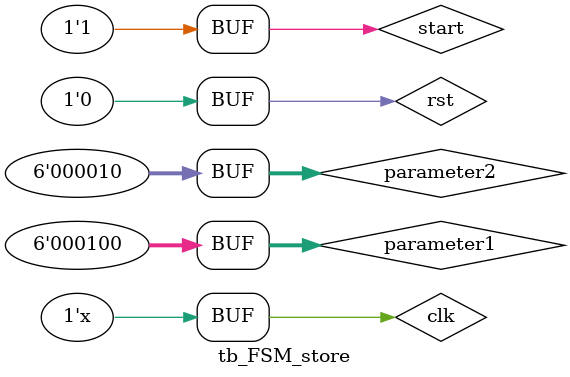
<source format=v>
`timescale 10ns/1ns
module tb_FSM_store;
    reg clk,rst,start,donefetch;
    reg [5:0] parameter1, parameter2;
    wire R0OutEn,R1OutEn,R2OutEn,R3OutEn,P0OutEn,Regiout,Regjout,MARin,MDR_frombusin,EN,RW,done;
    
    store store_moore(clk,rst,donefetch,start,parameter1, parameter2,R0OutEn,R1OutEn,R2OutEn,R3OutEn,P0OutEn,Regiout,Regjout,MARin,MDR_frombusin,EN,RW,done);
  initial begin 
             clk=0;
             start=0;
             rst=0;
             #7 rst = 1;
             #7 rst=0;   
             #20 start = 1;
             parameter1=6'b000100;
             parameter2=6'b000010;
             
           end
    always #5 clk=~clk;
    
  
endmodule







</source>
